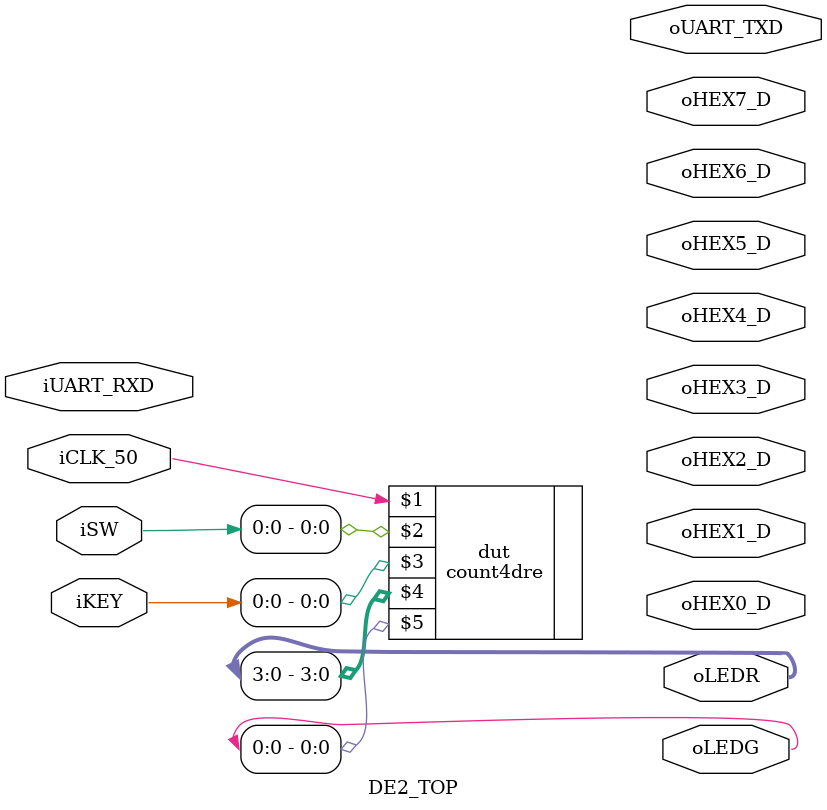
<source format=sv>

module DE2_TOP (
////////////////////////	Clock Input	 	////////////////////////
  input logic	iCLK_50,				//	50 MHz
////////////////////////	Push Button		////////////////////////
  input logic [3:0] iKEY,				//	Pushbutton[3:0]
////////////////////////	DPDT Switch		////////////////////////
  input logic [17:0] iSW,				//	Toggle Switch[17:0]
////////////////////////	7-SEG Dispaly	////////////////////////
  output logic [6:0] oHEX0_D,				//	Seven Segment Digit 0
  output logic [6:0] oHEX1_D,				//	Seven Segment Digit 1
  output logic [6:0] oHEX2_D,				//	Seven Segment Digit 2
  output logic [6:0] oHEX3_D,				//	Seven Segment Digit 3
  output logic [6:0] oHEX4_D,				//	Seven Segment Digit 4
  output logic [6:0] oHEX5_D,				//	Seven Segment Digit 5
  output logic [6:0] oHEX6_D,				//	Seven Segment Digit 6
  output logic [6:0] oHEX7_D,				//	Seven Segment Digit 7
////////////////////////////	LED		////////////////////////////
  output logic [8:0] oLEDG,				//	LED Green[8:0]
  output logic [17:0] oLEDR,				//	LED Red[17:0]
////////////////////////////	UART	////////////////////////////
  output logic oUART_TXD,				//	UART Transmitter
  input logic iUART_RXD					//	UART Receiver
);

//===========================================================================
// PARAMETER declarations
//===========================================================================


///////////////////////////////////////////////////////////////////
//=============================================================================
// REG/WIRE declarations
//=============================================================================



//=============================================================================
// Structural coding
//=============================================================================
//assign oLEDR[0] = iSW[0];
//assign oLEDG[0] = iKEY[0];
	count4dre dut(iCLK_50,iSW[0],iKEY[0],oLEDR[3:0],oLEDG[0]);
endmodule


</source>
